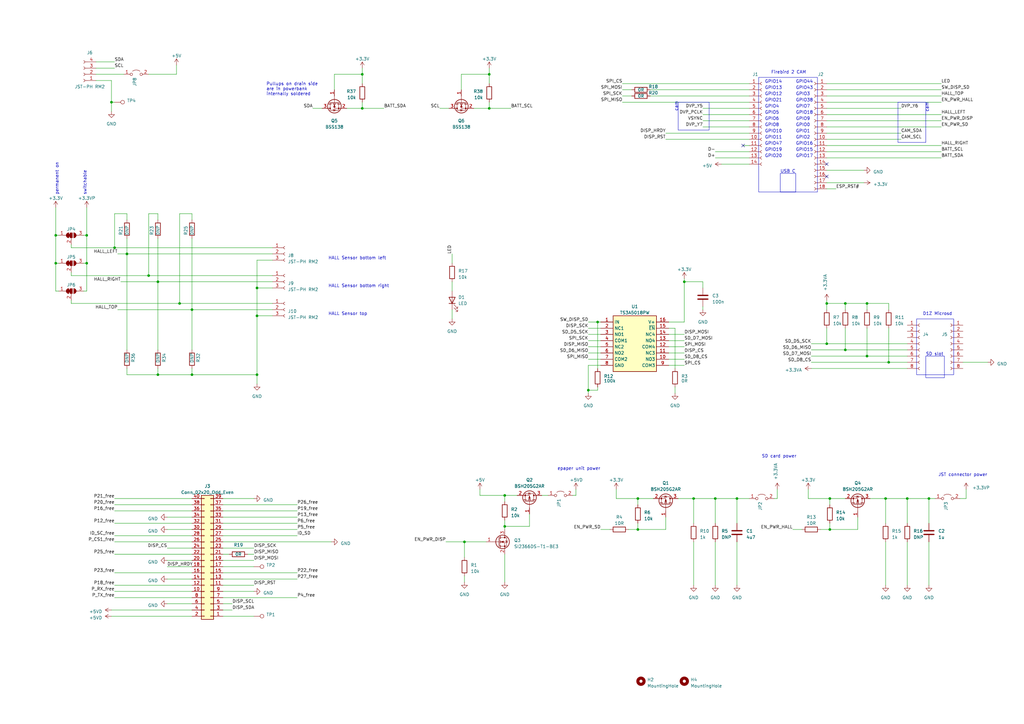
<source format=kicad_sch>
(kicad_sch (version 20230121) (generator eeschema)
  (paper "A3")
  (junction (at 346.71 124.46))
  (junction (at 73.66 124.46))
  (junction (at 293.37 204.47))
  (junction (at 339.09 140.97))
  (junction (at 355.6 146.05))
  (junction (at 22.86 107.95))
  (junction (at 363.22 204.47))
  (junction (at 148.59 30.48))
  (junction (at 60.96 113.03))
  (junction (at 45.72 41.91))
  (junction (at 207.01 203.2))
  (junction (at 35.56 107.95))
  (junction (at 46.99 101.6))
  (junction (at 355.6 124.46))
  (junction (at 339.09 124.46))
  (junction (at 340.36 204.47))
  (junction (at 105.41 118.11))
  (junction (at 346.71 143.51))
  (junction (at 64.77 115.57))
  (junction (at 372.11 204.47))
  (junction (at 284.48 204.47))
  (junction (at 280.67 115.57))
  (junction (at 207.01 215.9))
  (junction (at 261.62 217.17))
  (junction (at 22.86 96.52))
  (junction (at 64.77 153.67))
  (junction (at 381 204.47))
  (junction (at 148.59 44.45))
  (junction (at 245.11 132.08))
  (junction (at 200.66 44.45))
  (junction (at 261.62 204.47))
  (junction (at 78.74 153.67))
  (junction (at 200.66 30.48))
  (junction (at 105.41 129.54))
  (junction (at 78.74 127))
  (junction (at 340.36 217.17))
  (junction (at 302.26 204.47))
  (junction (at 190.5 222.25))
  (junction (at 35.56 96.52))
  (junction (at 364.49 148.59))
  (junction (at 52.07 104.14))
  (junction (at 105.41 153.67))
  (junction (at 241.3 160.02))
  (no_connect (at 339.09 72.39))
  (no_connect (at 339.09 67.31))
  (no_connect (at 304.8 59.69))
  (wire (pts (xy 52.07 87.63) (xy 46.99 87.63)))
  (wire (pts (xy 241.3 139.7) (xy 246.38 139.7)))
  (wire (pts (xy 339.09 46.99) (xy 386.08 46.99)))
  (wire (pts (xy 355.6 146.05) (xy 372.11 146.05)))
  (wire (pts (xy 266.7 39.37) (xy 307.34 39.37)))
  (wire (pts (xy 280.67 114.3) (xy 280.67 115.57)))
  (wire (pts (xy 304.8 59.69) (xy 307.34 59.69)))
  (wire (pts (xy 52.07 153.67) (xy 64.77 153.67)))
  (wire (pts (xy 346.71 124.46) (xy 346.71 127)))
  (wire (pts (xy 91.44 227.33) (xy 93.98 227.33)))
  (wire (pts (xy 372.11 222.25) (xy 372.11 240.03)))
  (wire (pts (xy 381 222.25) (xy 381 240.03)))
  (wire (pts (xy 46.99 222.25) (xy 78.74 222.25)))
  (wire (pts (xy 22.86 107.95) (xy 22.86 119.38)))
  (wire (pts (xy 255.27 34.29) (xy 307.34 34.29)))
  (wire (pts (xy 339.09 123.19) (xy 339.09 124.46)))
  (wire (pts (xy 91.44 212.09) (xy 121.92 212.09)))
  (wire (pts (xy 73.66 124.46) (xy 29.21 124.46)))
  (wire (pts (xy 60.96 87.63) (xy 60.96 113.03)))
  (wire (pts (xy 288.29 49.53) (xy 307.34 49.53)))
  (wire (pts (xy 364.49 124.46) (xy 364.49 127)))
  (wire (pts (xy 245.11 132.08) (xy 245.11 151.13)))
  (wire (pts (xy 185.42 104.14) (xy 185.42 107.95)))
  (wire (pts (xy 363.22 222.25) (xy 363.22 240.03)))
  (wire (pts (xy 64.77 153.67) (xy 64.77 151.13)))
  (wire (pts (xy 355.6 134.62) (xy 355.6 146.05)))
  (wire (pts (xy 363.22 204.47) (xy 363.22 214.63)))
  (wire (pts (xy 241.3 132.08) (xy 245.11 132.08)))
  (wire (pts (xy 91.44 247.65) (xy 95.25 247.65)))
  (wire (pts (xy 241.3 149.86) (xy 246.38 149.86)))
  (wire (pts (xy 73.66 87.63) (xy 73.66 124.46)))
  (wire (pts (xy 339.09 59.69) (xy 386.08 59.69)))
  (wire (pts (xy 381 204.47) (xy 381 214.63)))
  (wire (pts (xy 381 204.47) (xy 383.54 204.47)))
  (wire (pts (xy 346.71 124.46) (xy 355.6 124.46)))
  (wire (pts (xy 336.55 217.17) (xy 340.36 217.17)))
  (wire (pts (xy 200.66 44.45) (xy 194.31 44.45)))
  (wire (pts (xy 46.99 234.95) (xy 78.74 234.95)))
  (wire (pts (xy 207.01 215.9) (xy 217.17 215.9)))
  (wire (pts (xy 293.37 204.47) (xy 302.26 204.47)))
  (wire (pts (xy 295.91 67.31) (xy 307.34 67.31)))
  (wire (pts (xy 101.6 227.33) (xy 104.14 227.33)))
  (wire (pts (xy 339.09 49.53) (xy 386.08 49.53)))
  (wire (pts (xy 339.09 140.97) (xy 372.11 140.97)))
  (wire (pts (xy 273.05 57.15) (xy 307.34 57.15)))
  (wire (pts (xy 91.44 214.63) (xy 121.92 214.63)))
  (wire (pts (xy 34.29 96.52) (xy 35.56 96.52)))
  (wire (pts (xy 261.62 214.63) (xy 261.62 217.17)))
  (wire (pts (xy 111.76 101.6) (xy 46.99 101.6)))
  (wire (pts (xy 91.44 229.87) (xy 104.14 229.87)))
  (wire (pts (xy 331.47 204.47) (xy 340.36 204.47)))
  (wire (pts (xy 246.38 217.17) (xy 250.19 217.17)))
  (wire (pts (xy 207.01 227.33) (xy 207.01 238.76)))
  (wire (pts (xy 189.23 30.48) (xy 189.23 36.83)))
  (wire (pts (xy 284.48 204.47) (xy 284.48 214.63)))
  (wire (pts (xy 64.77 87.63) (xy 60.96 87.63)))
  (wire (pts (xy 302.26 204.47) (xy 307.34 204.47)))
  (wire (pts (xy 64.77 115.57) (xy 64.77 143.51)))
  (wire (pts (xy 64.77 153.67) (xy 78.74 153.67)))
  (wire (pts (xy 284.48 204.47) (xy 278.13 204.47)))
  (wire (pts (xy 339.09 44.45) (xy 369.57 44.45)))
  (wire (pts (xy 340.36 214.63) (xy 340.36 217.17)))
  (wire (pts (xy 91.44 222.25) (xy 135.89 222.25)))
  (wire (pts (xy 68.58 237.49) (xy 78.74 237.49)))
  (wire (pts (xy 72.39 26.67) (xy 72.39 30.48)))
  (wire (pts (xy 261.62 217.17) (xy 273.05 217.17)))
  (wire (pts (xy 261.62 204.47) (xy 261.62 207.01)))
  (wire (pts (xy 60.96 30.48) (xy 72.39 30.48)))
  (wire (pts (xy 91.44 217.17) (xy 121.92 217.17)))
  (wire (pts (xy 68.58 212.09) (xy 78.74 212.09)))
  (wire (pts (xy 255.27 41.91) (xy 307.34 41.91)))
  (wire (pts (xy 318.77 200.66) (xy 318.77 204.47)))
  (wire (pts (xy 293.37 62.23) (xy 307.34 62.23)))
  (wire (pts (xy 29.21 113.03) (xy 29.21 111.76)))
  (wire (pts (xy 332.74 151.13) (xy 372.11 151.13)))
  (wire (pts (xy 64.77 115.57) (xy 111.76 115.57)))
  (wire (pts (xy 339.09 36.83) (xy 386.08 36.83)))
  (wire (pts (xy 91.44 232.41) (xy 104.14 232.41)))
  (wire (pts (xy 331.47 200.66) (xy 331.47 204.47)))
  (wire (pts (xy 182.88 222.25) (xy 190.5 222.25)))
  (wire (pts (xy 91.44 207.01) (xy 121.92 207.01)))
  (wire (pts (xy 273.05 54.61) (xy 307.34 54.61)))
  (wire (pts (xy 49.53 115.57) (xy 64.77 115.57)))
  (wire (pts (xy 241.3 134.62) (xy 246.38 134.62)))
  (wire (pts (xy 22.86 107.95) (xy 24.13 107.95)))
  (wire (pts (xy 241.3 142.24) (xy 246.38 142.24)))
  (wire (pts (xy 273.05 217.17) (xy 273.05 212.09)))
  (wire (pts (xy 252.73 200.66) (xy 252.73 204.47)))
  (wire (pts (xy 241.3 147.32) (xy 246.38 147.32)))
  (wire (pts (xy 34.29 119.38) (xy 35.56 119.38)))
  (wire (pts (xy 332.74 140.97) (xy 339.09 140.97)))
  (wire (pts (xy 78.74 127) (xy 78.74 143.51)))
  (wire (pts (xy 339.09 52.07) (xy 386.08 52.07)))
  (wire (pts (xy 78.74 97.79) (xy 78.74 127)))
  (wire (pts (xy 48.26 104.14) (xy 52.07 104.14)))
  (wire (pts (xy 339.09 124.46) (xy 346.71 124.46)))
  (wire (pts (xy 280.67 115.57) (xy 288.29 115.57)))
  (wire (pts (xy 78.74 87.63) (xy 78.74 90.17)))
  (wire (pts (xy 372.11 204.47) (xy 381 204.47)))
  (wire (pts (xy 236.22 200.66) (xy 236.22 203.2)))
  (wire (pts (xy 245.11 132.08) (xy 246.38 132.08)))
  (wire (pts (xy 209.55 44.45) (xy 200.66 44.45)))
  (wire (pts (xy 241.3 149.86) (xy 241.3 160.02)))
  (wire (pts (xy 46.99 227.33) (xy 78.74 227.33)))
  (wire (pts (xy 46.99 87.63) (xy 46.99 101.6)))
  (wire (pts (xy 91.44 224.79) (xy 104.14 224.79)))
  (wire (pts (xy 128.27 44.45) (xy 132.08 44.45)))
  (wire (pts (xy 340.36 204.47) (xy 346.71 204.47)))
  (wire (pts (xy 224.79 203.2) (xy 222.25 203.2)))
  (wire (pts (xy 60.96 113.03) (xy 111.76 113.03)))
  (wire (pts (xy 180.34 44.45) (xy 184.15 44.45)))
  (wire (pts (xy 91.44 234.95) (xy 121.92 234.95)))
  (wire (pts (xy 29.21 113.03) (xy 60.96 113.03)))
  (wire (pts (xy 332.74 148.59) (xy 364.49 148.59)))
  (wire (pts (xy 105.41 118.11) (xy 111.76 118.11)))
  (wire (pts (xy 190.5 222.25) (xy 190.5 228.6)))
  (wire (pts (xy 46.99 219.71) (xy 78.74 219.71)))
  (wire (pts (xy 91.44 242.57) (xy 104.14 242.57)))
  (wire (pts (xy 148.59 30.48) (xy 137.16 30.48)))
  (wire (pts (xy 46.99 204.47) (xy 78.74 204.47)))
  (wire (pts (xy 46.99 214.63) (xy 78.74 214.63)))
  (wire (pts (xy 355.6 124.46) (xy 364.49 124.46)))
  (wire (pts (xy 274.32 149.86) (xy 280.67 149.86)))
  (wire (pts (xy 266.7 36.83) (xy 307.34 36.83)))
  (wire (pts (xy 255.27 36.83) (xy 259.08 36.83)))
  (wire (pts (xy 78.74 127) (xy 111.76 127)))
  (wire (pts (xy 207.01 203.2) (xy 196.85 203.2)))
  (wire (pts (xy 257.81 217.17) (xy 261.62 217.17)))
  (wire (pts (xy 339.09 69.85) (xy 354.33 69.85)))
  (wire (pts (xy 252.73 204.47) (xy 261.62 204.47)))
  (wire (pts (xy 68.58 224.79) (xy 78.74 224.79)))
  (wire (pts (xy 22.86 96.52) (xy 22.86 107.95)))
  (wire (pts (xy 274.32 139.7) (xy 280.67 139.7)))
  (wire (pts (xy 190.5 236.22) (xy 190.5 238.76)))
  (wire (pts (xy 52.07 90.17) (xy 52.07 87.63)))
  (wire (pts (xy 34.29 107.95) (xy 35.56 107.95)))
  (wire (pts (xy 68.58 232.41) (xy 78.74 232.41)))
  (wire (pts (xy 105.41 129.54) (xy 111.76 129.54)))
  (wire (pts (xy 339.09 41.91) (xy 386.08 41.91)))
  (wire (pts (xy 245.11 158.75) (xy 245.11 160.02)))
  (wire (pts (xy 339.09 77.47) (xy 342.9 77.47)))
  (wire (pts (xy 64.77 97.79) (xy 64.77 115.57)))
  (wire (pts (xy 78.74 153.67) (xy 78.74 151.13)))
  (wire (pts (xy 339.09 62.23) (xy 386.08 62.23)))
  (wire (pts (xy 52.07 153.67) (xy 52.07 151.13)))
  (wire (pts (xy 276.86 134.62) (xy 276.86 151.13)))
  (wire (pts (xy 68.58 229.87) (xy 78.74 229.87)))
  (wire (pts (xy 372.11 204.47) (xy 372.11 214.63)))
  (wire (pts (xy 64.77 87.63) (xy 64.77 90.17)))
  (wire (pts (xy 148.59 34.29) (xy 148.59 30.48)))
  (wire (pts (xy 274.32 134.62) (xy 276.86 134.62)))
  (wire (pts (xy 91.44 240.03) (xy 104.14 240.03)))
  (wire (pts (xy 293.37 204.47) (xy 293.37 214.63)))
  (wire (pts (xy 293.37 222.25) (xy 293.37 240.03)))
  (wire (pts (xy 346.71 134.62) (xy 346.71 143.51)))
  (wire (pts (xy 185.42 115.57) (xy 185.42 119.38)))
  (wire (pts (xy 207.01 213.36) (xy 207.01 215.9)))
  (wire (pts (xy 196.85 200.66) (xy 196.85 203.2)))
  (wire (pts (xy 68.58 247.65) (xy 78.74 247.65)))
  (wire (pts (xy 318.77 204.47) (xy 317.5 204.47)))
  (wire (pts (xy 52.07 97.79) (xy 52.07 104.14)))
  (wire (pts (xy 157.48 44.45) (xy 148.59 44.45)))
  (wire (pts (xy 274.32 147.32) (xy 280.67 147.32)))
  (wire (pts (xy 137.16 30.48) (xy 137.16 36.83)))
  (wire (pts (xy 241.3 137.16) (xy 246.38 137.16)))
  (wire (pts (xy 284.48 222.25) (xy 284.48 240.03)))
  (wire (pts (xy 185.42 127) (xy 185.42 130.81)))
  (wire (pts (xy 288.29 125.73) (xy 288.29 127)))
  (wire (pts (xy 274.32 144.78) (xy 280.67 144.78)))
  (wire (pts (xy 39.37 27.94) (xy 46.99 27.94)))
  (wire (pts (xy 35.56 107.95) (xy 35.56 119.38)))
  (wire (pts (xy 35.56 85.09) (xy 35.56 96.52)))
  (wire (pts (xy 105.41 106.68) (xy 105.41 118.11)))
  (wire (pts (xy 236.22 203.2) (xy 234.95 203.2)))
  (wire (pts (xy 394.97 148.59) (xy 405.13 148.59)))
  (wire (pts (xy 340.36 217.17) (xy 351.79 217.17)))
  (wire (pts (xy 363.22 204.47) (xy 372.11 204.47)))
  (wire (pts (xy 78.74 87.63) (xy 73.66 87.63)))
  (wire (pts (xy 339.09 64.77) (xy 386.08 64.77)))
  (wire (pts (xy 46.99 207.01) (xy 78.74 207.01)))
  (wire (pts (xy 293.37 64.77) (xy 307.34 64.77)))
  (wire (pts (xy 39.37 25.4) (xy 46.99 25.4)))
  (wire (pts (xy 200.66 41.91) (xy 200.66 44.45)))
  (wire (pts (xy 261.62 204.47) (xy 267.97 204.47)))
  (wire (pts (xy 48.26 127) (xy 78.74 127)))
  (wire (pts (xy 396.24 204.47) (xy 393.7 204.47)))
  (wire (pts (xy 91.44 245.11) (xy 121.92 245.11)))
  (wire (pts (xy 302.26 222.25) (xy 302.26 240.03)))
  (wire (pts (xy 22.86 96.52) (xy 24.13 96.52)))
  (wire (pts (xy 91.44 204.47) (xy 104.14 204.47)))
  (wire (pts (xy 39.37 33.02) (xy 45.72 33.02)))
  (wire (pts (xy 22.86 85.09) (xy 22.86 96.52)))
  (wire (pts (xy 207.01 215.9) (xy 207.01 217.17)))
  (wire (pts (xy 241.3 161.29) (xy 241.3 160.02)))
  (wire (pts (xy 91.44 237.49) (xy 121.92 237.49)))
  (wire (pts (xy 199.39 222.25) (xy 190.5 222.25)))
  (wire (pts (xy 46.99 101.6) (xy 29.21 101.6)))
  (wire (pts (xy 148.59 41.91) (xy 148.59 44.45)))
  (wire (pts (xy 245.11 160.02) (xy 241.3 160.02)))
  (wire (pts (xy 91.44 209.55) (xy 121.92 209.55)))
  (wire (pts (xy 46.99 242.57) (xy 78.74 242.57)))
  (wire (pts (xy 207.01 203.2) (xy 212.09 203.2)))
  (wire (pts (xy 45.72 252.73) (xy 78.74 252.73)))
  (wire (pts (xy 91.44 252.73) (xy 104.14 252.73)))
  (wire (pts (xy 274.32 132.08) (xy 280.67 132.08)))
  (wire (pts (xy 396.24 200.66) (xy 396.24 204.47)))
  (wire (pts (xy 274.32 142.24) (xy 280.67 142.24)))
  (wire (pts (xy 339.09 39.37) (xy 386.08 39.37)))
  (wire (pts (xy 288.29 52.07) (xy 307.34 52.07)))
  (wire (pts (xy 22.86 119.38) (xy 24.13 119.38)))
  (wire (pts (xy 45.72 41.91) (xy 45.72 45.72)))
  (wire (pts (xy 78.74 217.17) (xy 68.58 217.17)))
  (wire (pts (xy 288.29 46.99) (xy 307.34 46.99)))
  (wire (pts (xy 105.41 118.11) (xy 105.41 129.54)))
  (wire (pts (xy 332.74 146.05) (xy 355.6 146.05)))
  (wire (pts (xy 288.29 44.45) (xy 307.34 44.45)))
  (wire (pts (xy 241.3 144.78) (xy 246.38 144.78)))
  (wire (pts (xy 364.49 148.59) (xy 372.11 148.59)))
  (wire (pts (xy 200.66 30.48) (xy 189.23 30.48)))
  (wire (pts (xy 45.72 33.02) (xy 45.72 41.91)))
  (wire (pts (xy 274.32 137.16) (xy 280.67 137.16)))
  (wire (pts (xy 105.41 129.54) (xy 105.41 153.67)))
  (wire (pts (xy 46.99 240.03) (xy 78.74 240.03)))
  (wire (pts (xy 288.29 115.57) (xy 288.29 118.11)))
  (wire (pts (xy 217.17 215.9) (xy 217.17 210.82)))
  (wire (pts (xy 148.59 27.94) (xy 148.59 30.48)))
  (wire (pts (xy 35.56 96.52) (xy 35.56 107.95)))
  (wire (pts (xy 200.66 27.94) (xy 200.66 30.48)))
  (wire (pts (xy 29.21 124.46) (xy 29.21 123.19)))
  (wire (pts (xy 255.27 39.37) (xy 259.08 39.37)))
  (wire (pts (xy 339.09 57.15) (xy 369.57 57.15)))
  (wire (pts (xy 148.59 44.45) (xy 142.24 44.45)))
  (wire (pts (xy 111.76 106.68) (xy 105.41 106.68)))
  (wire (pts (xy 280.67 115.57) (xy 280.67 132.08)))
  (wire (pts (xy 346.71 143.51) (xy 372.11 143.51)))
  (wire (pts (xy 340.36 204.47) (xy 340.36 207.01)))
  (wire (pts (xy 355.6 124.46) (xy 355.6 127)))
  (wire (pts (xy 91.44 250.19) (xy 95.25 250.19)))
  (wire (pts (xy 46.99 209.55) (xy 78.74 209.55)))
  (wire (pts (xy 78.74 153.67) (xy 105.41 153.67)))
  (wire (pts (xy 207.01 203.2) (xy 207.01 205.74)))
  (wire (pts (xy 39.37 30.48) (xy 50.8 30.48)))
  (wire (pts (xy 325.12 217.17) (xy 328.93 217.17)))
  (wire (pts (xy 91.44 219.71) (xy 121.92 219.71)))
  (wire (pts (xy 351.79 217.17) (xy 351.79 212.09)))
  (wire (pts (xy 200.66 34.29) (xy 200.66 30.48)))
  (wire (pts (xy 284.48 204.47) (xy 293.37 204.47)))
  (wire (pts (xy 276.86 158.75) (xy 276.86 161.29)))
  (wire (pts (xy 29.21 101.6) (xy 29.21 100.33)))
  (wire (pts (xy 339.09 134.62) (xy 339.09 140.97)))
  (wire (pts (xy 364.49 134.62) (xy 364.49 148.59)))
  (wire (pts (xy 46.99 245.11) (xy 78.74 245.11)))
  (wire (pts (xy 45.72 250.19) (xy 78.74 250.19)))
  (wire (pts (xy 363.22 204.47) (xy 356.87 204.47)))
  (wire (pts (xy 339.09 74.93) (xy 354.33 74.93)))
  (wire (pts (xy 52.07 104.14) (xy 111.76 104.14)))
  (wire (pts (xy 302.26 204.47) (xy 302.26 214.63)))
  (wire (pts (xy 339.09 54.61) (xy 369.57 54.61)))
  (wire (pts (xy 339.09 34.29) (xy 386.08 34.29)))
  (wire (pts (xy 52.07 104.14) (xy 52.07 143.51)))
  (wire (pts (xy 45.72 41.91) (xy 46.99 41.91)))
  (wire (pts (xy 332.74 143.51) (xy 346.71 143.51)))
  (wire (pts (xy 339.09 124.46) (xy 339.09 127)))
  (wire (pts (xy 105.41 153.67) (xy 105.41 157.48)))
  (wire (pts (xy 73.66 124.46) (xy 111.76 124.46)))
  (rectangle (start 375.92 130.81) (end 391.16 153.67))
  (rectangle (start 278.13 41.91) (end 290.83 53.34))
  (rectangle (start 379.73 146.05) (end 387.35 154.94))
  (rectangle (start 320.04 71.12) (end 326.39 78.74))
  (rectangle (start 368.3 41.91) (end 379.73 58.42))
  (rectangle (start 311.15 31.75) (end 335.28 78.74))
  (text "cam" (at 381 41.91 90) (effects (font (size 1.27 1.27)) (justify right bottom)))
  (text "GPIO18" (at 326.39 46.99 0) (effects (font (size 1.27 1.27)) (justify left bottom)))
  (text "GPIO7" (at 326.39 44.45 0) (effects (font (size 1.27 1.27)) (justify left bottom)))
  (text "GPIO5" (at 313.69 46.99 0) (effects (font (size 1.27 1.27)) (justify left bottom)))
  (text "JST connector power" (at 384.81 195.58 0) (effects (font (size 1.27 1.27)) (justify left bottom)))
  (text "GPIO6" (at 313.69 49.53 0) (effects (font (size 1.27 1.27)) (justify left bottom)))
  (text "GPIO15" (at 326.39 62.23 0) (effects (font (size 1.27 1.27)) (justify left bottom)))
  (text "HALL Sensor top" (at 134.62 129.54 0) (effects (font (size 1.27 1.27)) (justify left bottom)))
  (text "D1Z Microsd" (at 378.46 129.54 0) (effects (font (size 1.27 1.27)) (justify left bottom)))
  (text "GPIO44" (at 326.39 34.29 0) (effects (font (size 1.27 1.27)) (justify left bottom)))
  (text "GPIO1" (at 326.39 54.61 0) (effects (font (size 1.27 1.27)) (justify left bottom)))
  (text "GPIO2" (at 326.39 57.15 0) (effects (font (size 1.27 1.27)) (justify left bottom)))
  (text "HALL Sensor bottom right" (at 134.62 118.11 0) (effects (font (size 1.27 1.27)) (justify left bottom)))
  (text "GPIO4" (at 313.69 44.45 0) (effects (font (size 1.27 1.27)) (justify left bottom)))
  (text "GPIO47" (at 313.69 59.69 0) (effects (font (size 1.27 1.27)) (justify left bottom)))
  (text "GPIO8" (at 313.69 52.07 0) (effects (font (size 1.27 1.27)) (justify left bottom)))
  (text "SD slot" (at 379.73 146.05 0) (effects (font (size 1.27 1.27)) (justify left bottom)))
  (text "SD card power" (at 312.42 187.96 0) (effects (font (size 1.27 1.27)) (justify left bottom)))
  (text "GPIO38\n" (at 326.39 41.91 0) (effects (font (size 1.27 1.27)) (justify left bottom)))
  (text "Firebird 2 CAM" (at 316.23 30.48 0) (effects (font (size 1.27 1.27)) (justify left bottom)))
  (text "GPIO13" (at 313.69 36.83 0) (effects (font (size 1.27 1.27)) (justify left bottom)))
  (text "GPIO10" (at 313.69 54.61 0) (effects (font (size 1.27 1.27)) (justify left bottom)))
  (text "GPIO11" (at 313.69 57.15 0) (effects (font (size 1.27 1.27)) (justify left bottom)))
  (text "epaper unit power" (at 228.6 193.04 0) (effects (font (size 1.27 1.27)) (justify left bottom)))
  (text "GPIO9" (at 326.39 49.53 0) (effects (font (size 1.27 1.27)) (justify left bottom)))
  (text "GPIO17" (at 326.39 64.77 0) (effects (font (size 1.27 1.27)) (justify left bottom)))
  (text "GPIO3\n" (at 326.39 39.37 0) (effects (font (size 1.27 1.27)) (justify left bottom)))
  (text "GPIO16" (at 326.39 59.69 0) (effects (font (size 1.27 1.27)) (justify left bottom)))
  (text "HALL Sensor bottom left" (at 134.62 106.68 0) (effects (font (size 1.27 1.27)) (justify left bottom)))
  (text "GPIO12" (at 313.69 39.37 0) (effects (font (size 1.27 1.27)) (justify left bottom)))
  (text "USB C" (at 320.04 71.12 0) (effects (font (size 1.27 1.27)) (justify left bottom)))
  (text "GPIO21" (at 313.69 41.91 0) (effects (font (size 1.27 1.27)) (justify left bottom)))
  (text "permanent on" (at 24.13 80.01 90) (effects (font (size 1.27 1.27)) (justify left bottom)))
  (text "GPIO0" (at 326.39 52.07 0) (effects (font (size 1.27 1.27)) (justify left bottom)))
  (text "GPIO43\n" (at 326.39 36.83 0) (effects (font (size 1.27 1.27)) (justify left bottom)))
  (text "cam" (at 278.13 45.72 90) (effects (font (size 1.27 1.27)) (justify left bottom)))
  (text "switchable" (at 35.56 80.01 90) (effects (font (size 1.27 1.27)) (justify left bottom)))
  (text "GPIO14" (at 313.69 34.29 0) (effects (font (size 1.27 1.27)) (justify left bottom)))
  (text "GPIO19" (at 313.69 62.23 0) (effects (font (size 1.27 1.27)) (justify left bottom)))
  (text "GPIO20" (at 313.69 64.77 0) (effects (font (size 1.27 1.27)) (justify left bottom)))
  (text "Pullups on drain side\nare in powerbank\ninternally soldered" (at 109.22 39.37 0) (effects (font (size 1.27 1.27)) (justify left bottom)))
  (label "DISP_HRDY" (at 68.58 232.41 0))
  (label "HALL_RIGHT" (at 386.08 59.69 0))
  (label "SW_DISP_SD" (at 241.3 132.08 180))
  (label "P_TX_free" (at 46.99 245.11 180))
  (label "HALL_RIGHT" (at 49.53 115.57 180))
  (label "SD_D6_MISO" (at 332.74 143.51 180))
  (label "EN_PWR_HALL" (at 386.08 41.91 0))
  (label "SD_D5_SCK" (at 241.3 137.16 180))
  (label "ESP_RST#" (at 342.9 77.47 0))
  (label "P18_free" (at 46.99 240.03 180))
  (label "HALL_LEFT" (at 48.26 104.14 180))
  (label "P19_free" (at 121.92 209.55 0))
  (label "DISP_CS" (at 280.67 144.78 0))
  (label "BATT_SDA" (at 386.08 64.77 0))
  (label "SW_DISP_SD" (at 386.08 36.83 0))
  (label "SPI_CS" (at 255.27 34.29 180))
  (label "DISP_RST" (at 104.14 240.03 0))
  (label "CAM_SCL" (at 369.57 57.15 0))
  (label "SPI_MOSI" (at 255.27 36.83 180))
  (label "P_CS1_free" (at 46.99 222.25 180))
  (label "EN_PWR_SD" (at 386.08 52.07 0))
  (label "P_RX_free" (at 46.99 242.57 180))
  (label "D-" (at 293.37 62.23 180))
  (label "DISP_MISO" (at 104.14 227.33 0))
  (label "P26_free" (at 121.92 207.01 0))
  (label "ID_SC_free" (at 46.99 219.71 180))
  (label "DVP_PCLK" (at 288.29 46.99 180))
  (label "SD_D6_MISO" (at 241.3 144.78 180))
  (label "P12_free" (at 46.99 214.63 180))
  (label "DISP_HRDY" (at 273.05 54.61 180))
  (label "P4_free" (at 121.92 245.11 0))
  (label "P21_free" (at 46.99 204.47 180))
  (label "SPI_MOSI" (at 280.67 142.24 0))
  (label "P20_free" (at 46.99 207.01 180))
  (label "DISP_SCK" (at 241.3 134.62 180))
  (label "SD_D5_SCK" (at 332.74 140.97 180))
  (label "DISP_RST" (at 273.05 57.15 180))
  (label "P5_free" (at 121.92 217.17 0))
  (label "LED" (at 386.08 34.29 0))
  (label "CAM_SDA" (at 369.57 54.61 0))
  (label "SCL" (at 180.34 44.45 180))
  (label "P6_free" (at 121.92 214.63 0))
  (label "SCL" (at 46.99 27.94 0))
  (label "DISP_MOSI" (at 104.14 229.87 0))
  (label "SPI_CS" (at 280.67 149.86 0))
  (label "HALL_TOP" (at 386.08 39.37 0))
  (label "SDA" (at 128.27 44.45 180))
  (label "BATT_SCL" (at 209.55 44.45 0))
  (label "DISP_SDA" (at 95.25 250.19 0))
  (label "SPI_SCK" (at 255.27 39.37 180))
  (label "SPI_MISO" (at 255.27 41.91 180))
  (label "D+" (at 293.37 64.77 180))
  (label "LED" (at 185.42 104.14 90))
  (label "SD_D8_CS" (at 280.67 147.32 0))
  (label "DVP_Y7" (at 288.29 52.07 180))
  (label "BATT_SDA" (at 157.48 44.45 0))
  (label "SD_D8_CS" (at 332.74 148.59 180))
  (label "SPI_MISO" (at 241.3 147.32 180))
  (label "SPI_SCK" (at 241.3 139.7 180))
  (label "DISP_MOSI" (at 280.67 137.16 0))
  (label "EN_PWR_HALL" (at 325.12 217.17 180))
  (label "SD_D7_MOSI" (at 280.67 139.7 0))
  (label "P16_free" (at 46.99 209.55 180))
  (label "BATT_SCL" (at 386.08 62.23 0))
  (label "VSYNC" (at 288.29 49.53 180))
  (label "DISP_CS" (at 68.58 224.79 180))
  (label "DVP_Y6" (at 369.57 44.45 0))
  (label "EN_PWR_SD" (at 246.38 217.17 180))
  (label "DISP_MISO" (at 241.3 142.24 180))
  (label "P25_free" (at 46.99 227.33 180))
  (label "ID_SD" (at 121.92 219.71 0))
  (label "EN_PWR_DISP" (at 182.88 222.25 180))
  (label "P13_free" (at 121.92 212.09 0))
  (label "DISP_SCK" (at 104.14 224.79 0))
  (label "P23_free" (at 46.99 234.95 180))
  (label "SD_D7_MOSI" (at 332.74 146.05 180))
  (label "SDA" (at 46.99 25.4 0))
  (label "DISP_SCL" (at 95.25 247.65 0))
  (label "EN_PWR_DISP" (at 386.08 49.53 0))
  (label "P27_free" (at 121.92 237.49 0))
  (label "DVP_Y5" (at 288.29 44.45 180))
  (label "HALL_TOP" (at 48.26 127 180))
  (label "P22_free" (at 121.92 234.95 0))
  (label "HALL_LEFT" (at 386.08 46.99 0))
  (symbol (lib_id "Device:R") (at 340.36 210.82 0) (unit 1)
    (property "Reference" "R14" (at 342.9 210.185 0) (effects (justify left)))
    (property "Value" "10k" (at 342.9 212.725 0) (effects (justify left)))
    (property "Footprint" "Resistor_SMD:R_0805_2012Metric_Pad1.20x1.40mm_HandSolder" (effects hide))
  )
  (symbol (lib_id "Connector:TestPoint") (at 104.14 252.73 270) (unit 1)
    (property "Reference" "TP1" (at 109.22 252.095 90) (effects (justify left)))
    (property "Value" "TestPoint" (effects hide))
    (property "Footprint" "TestPoint:TestPoint_Pad_1.5x1.5mm" (effects hide))
  )
  (symbol (lib_id "power:+5V") (at 196.85 200.66 0) (unit 1)
    (property "Reference" "#PWR02" (effects hide))
    (property "Value" "+5V" (at 196.85 196.85 0))
  )
  (symbol (lib_id "power:GND") (at 68.58 212.09 270) (unit 1)
    (property "Reference" "#PWR08" (effects hide))
    (property "Value" "GND" (at 64.77 212.725 90) (effects (justify right)))
  )
  (symbol (lib_id "Device:C") (at 381 218.44 0) (unit 1)
    (property "Reference" "C2" (at 384.81 217.805 0) (effects (justify left)))
    (property "Value" "1u" (at 384.81 220.345 0) (effects (justify left)))
    (property "Footprint" "Capacitor_SMD:C_0805_2012Metric_Pad1.18x1.45mm_HandSolder" (effects hide))
  )
  (symbol (lib_id "Device:R") (at 372.11 218.44 0) (unit 1)
    (property "Reference" "R16" (at 374.65 217.805 0) (effects (justify left)))
    (property "Value" "DNP" (at 374.65 220.345 0) (effects (justify left)))
    (property "Footprint" "Resistor_SMD:R_0805_2012Metric_Pad1.20x1.40mm_HandSolder" (effects hide))
  )
  (symbol (lib_id "Mechanical:MountingHole") (at 262.89 279.4 0) (unit 1)
    (property "Reference" "H2" (at 265.43 278.765 0) (effects (justify left)))
    (property "Value" "MountingHole" (at 265.43 281.305 0) (effects (justify left)))
    (property "Footprint" "MountingHole:MountingHole_2.7mm_M2.5_DIN965" (effects hide))
  )
  (symbol (lib_id "Device:R") (at 78.74 93.98 0) (unit 1)
    (property "Reference" "R25" (at 76.2 96.52 90) (effects (justify left)))
    (property "Value" "DNP" (at 78.74 96.52 90) (effects (justify left)))
    (property "Footprint" "Resistor_SMD:R_0805_2012Metric_Pad1.20x1.40mm_HandSolder" (effects hide))
  )
  (symbol (lib_id "power:GND") (at 104.14 242.57 90) (unit 1)
    (property "Reference" "#PWR05" (effects hide))
    (property "Value" "GND" (at 107.95 243.205 90) (effects (justify right)))
  )
  (symbol (lib_id "power:+3.3V") (at 280.67 114.3 0) (unit 1)
    (property "Reference" "#PWR039" (effects hide))
    (property "Value" "+3.3V" (at 280.67 110.49 0))
  )
  (symbol (lib_id "power:GND") (at 381 240.03 0) (unit 1)
    (property "Reference" "#PWR034" (effects hide))
    (property "Value" "GND" (at 381 245.11 0))
  )
  (symbol (lib_id "Device:R") (at 148.59 38.1 0) (mirror x) (unit 1)
    (property "Reference" "R37" (at 146.05 37.465 0) (effects (justify right)))
    (property "Value" "10k" (at 146.05 40.005 0) (effects (justify right)))
    (property "Footprint" "Resistor_SMD:R_0805_2012Metric_Pad1.20x1.40mm_HandSolder" (effects hide))
  )
  (symbol (lib_id "Connector:TestPoint") (at 104.14 232.41 270) (unit 1)
    (property "Reference" "TP2" (at 109.22 231.775 90) (effects (justify left)))
    (property "Value" "TestPoint" (effects hide))
    (property "Footprint" "TestPoint:TestPoint_Pad_1.5x1.5mm" (effects hide))
  )
  (symbol (lib_id "Device:R") (at 207.01 209.55 0) (unit 1)
    (property "Reference" "R2" (at 209.55 208.915 0) (effects (justify left)))
    (property "Value" "10k" (at 209.55 211.455 0) (effects (justify left)))
    (property "Footprint" "Resistor_SMD:R_0805_2012Metric_Pad1.20x1.40mm_HandSolder" (effects hide))
  )
  (symbol (lib_id "Device:C") (at 302.26 218.44 0) (unit 1)
    (property "Reference" "C1" (at 306.07 217.805 0) (effects (justify left)))
    (property "Value" "4u7" (at 306.07 220.345 0) (effects (justify left)))
    (property "Footprint" "Capacitor_SMD:C_0805_2012Metric_Pad1.18x1.45mm_HandSolder" (effects hide))
  )
  (symbol (lib_id "power:GND") (at 207.01 238.76 0) (unit 1)
    (property "Reference" "#PWR020" (effects hide))
    (property "Value" "GND" (at 207.01 243.84 0))
  )
  (symbol (lib_id "Jumper:SolderJumper_3_Bridged12") (at 29.21 96.52 0) (unit 1)
    (property "Reference" "JP4" (at 29.21 93.98 0))
    (property "Value" "SolderJumper_3_Bridged12" (effects hide))
    (property "Footprint" "Jumper:SolderJumper-3_P1.3mm_Bridged12_Pad1.0x1.5mm_NumberLabels" (effects hide))
  )
  (symbol (lib_id "power:+5VD") (at 45.72 250.19 90) (unit 1)
    (property "Reference" "#PWR024" (effects hide))
    (property "Value" "+5VD" (at 41.91 250.825 90) (effects (justify left)))
  )
  (symbol (lib_id "power:GND") (at 302.26 240.03 0) (unit 1)
    (property "Reference" "#PWR029" (effects hide))
    (property "Value" "GND" (at 302.26 245.11 0))
  )
  (symbol (lib_id "power:GND") (at 372.11 240.03 0) (unit 1)
    (property "Reference" "#PWR033" (effects hide))
    (property "Value" "GND" (at 372.11 245.11 0))
  )
  (symbol (lib_id "power:+3.3V") (at 354.33 74.93 270) (unit 1)
    (property "Reference" "#PWR016" (effects hide))
    (property "Value" "+3.3V" (at 358.14 75.565 90) (effects (justify left)))
  )
  (symbol (lib_id "power:GND") (at 68.58 247.65 270) (unit 1)
    (property "Reference" "#PWR03" (effects hide))
    (property "Value" "GND" (at 64.77 248.285 90) (effects (justify right)))
  )
  (symbol (lib_id "Mechanical:MountingHole") (at 280.67 279.4 0) (unit 1)
    (property "Reference" "H4" (at 283.21 278.765 0) (effects (justify left)))
    (property "Value" "MountingHole" (at 283.21 281.305 0) (effects (justify left)))
    (property "Footprint" "MountingHole:MountingHole_2.7mm_M2.5_DIN965" (effects hide))
  )
  (symbol (lib_id "power:GND") (at 241.3 161.29 0) (unit 1)
    (property "Reference" "#PWR012" (effects hide))
    (property "Value" "GND" (at 241.3 166.37 0))
  )
  (symbol (lib_id "Device:R") (at 293.37 218.44 0) (unit 1)
    (property "Reference" "R5" (at 295.91 217.805 0) (effects (justify left)))
    (property "Value" "DNP" (at 295.91 220.345 0) (effects (justify left)))
    (property "Footprint" "Resistor_SMD:R_0805_2012Metric_Pad1.20x1.40mm_HandSolder" (effects hide))
  )
  (symbol (lib_id "power:+3.3V") (at 252.73 200.66 0) (unit 1)
    (property "Reference" "#PWR025" (effects hide))
    (property "Value" "+3.3V" (at 252.73 196.85 0))
  )
  (symbol (lib_id "power:GND") (at 284.48 240.03 0) (unit 1)
    (property "Reference" "#PWR026" (effects hide))
    (property "Value" "GND" (at 284.48 245.11 0))
  )
  (symbol (lib_id "power:GND") (at 68.58 237.49 270) (unit 1)
    (property "Reference" "#PWR011" (effects hide))
    (property "Value" "GND" (at 64.77 238.125 90) (effects (justify right)))
  )
  (symbol (lib_id "Device:LED") (at 185.42 123.19 90) (unit 1)
    (property "Reference" "D1" (at 187.96 121.92 90) (effects (justify right)))
    (property "Value" "LED" (at 187.96 124.46 90) (effects (justify right)))
    (property "Footprint" "LED_SMD:LED_0603_1608Metric_Pad1.05x0.95mm_HandSolder" (effects hide))
  )
  (symbol (lib_id "power:+5VD") (at 236.22 200.66 0) (unit 1)
    (property "Reference" "#PWR023" (effects hide))
    (property "Value" "+5VD" (at 233.68 196.85 0) (effects (justify left)))
  )
  (symbol (lib_id "Jumper:Jumper_2_Open") (at 388.62 204.47 0) (unit 1)
    (property "Reference" "JP3" (at 387.985 205.74 90) (effects (justify right)))
    (property "Value" "Jumper_2_Open" (effects hide))
    (property "Footprint" "Connector_PinHeader_2.54mm:PinHeader_1x02_P2.54mm_Vertical" (effects hide))
  )
  (symbol (lib_id "Connector:Conn_01x03_Socket") (at 116.84 115.57 0) (unit 1)
    (property "Reference" "J9" (at 118.11 116.205 0) (effects (justify left)))
    (property "Value" "JST-PH RM2" (at 118.11 118.745 0) (effects (justify left)))
    (property "Footprint" "Connector_JST:JST_PH_S3B-PH-K_1x03_P2.00mm_Horizontal" (effects hide))
  )
  (symbol (lib_id "Device:Q_PMOS_GSD") (at 351.79 207.01 270) (mirror x) (unit 1)
    (property "Reference" "Q4" (at 351.79 198.12 90))
    (property "Value" "BSH205G2AR" (at 351.79 200.66 90))
    (property "Footprint" "Package_TO_SOT_SMD:SOT-23" (effects hide))
  )
  (symbol (lib_id "Jumper:SolderJumper_3_Bridged12") (at 29.21 107.95 0) (unit 1)
    (property "Reference" "JP5" (at 29.21 105.41 0))
    (property "Value" "SolderJumper_3_Bridged12" (effects hide))
    (property "Footprint" "Jumper:SolderJumper-3_P1.3mm_Bridged12_Pad1.0x1.5mm_NumberLabels" (effects hide))
  )
  (symbol (lib_id "Device:Q_NMOS_GSD") (at 204.47 222.25 0) (unit 1)
    (property "Reference" "Q3" (at 210.82 221.615 0) (effects (justify left)))
    (property "Value" "SI2366DS-T1-BE3" (at 210.82 224.155 0) (effects (justify left)))
    (property "Footprint" "Package_TO_SOT_SMD:SOT-23" (effects hide))
  )
  (symbol (lib_id "TS3A5018PW:TS3A5018PW") (at 246.38 132.08 0) (unit 1)
    (property "Reference" "U1" (at 260.35 125.73 0))
    (property "Value" "TS3A5018PW" (at 260.35 128.27 0))
    (property "Footprint" "footprints:SOP65P640X120-16N" (effects hide))
    (property "Datasheet" "http://www.ti.com/lit/gpn/TS3A5018" (effects hide))
    (property "Height" "1.2" (effects hide))
    (property "Mouser Part Number" "595-TS3A5018PW" (effects hide))
    (property "Mouser Price/Stock" "https://www.mouser.co.uk/ProductDetail/Texas-Instruments/TS3A5018PW?qs=0O%2FZFlpUpJUc9sI3WCMQxA%3D%3D" (effects hide))
    (property "Manufacturer_Name" "Texas Instruments" (effects hide))
    (property "Manufacturer_Part_Number" "TS3A5018PW" (effects hide))
  )
  (symbol (lib_id "power:GND") (at 104.14 204.47 90) (unit 1)
    (property "Reference" "#PWR07" (effects hide))
    (property "Value" "GND" (at 107.95 205.105 90) (effects (justify right)))
  )
  (symbol (lib_id "Device:Q_PMOS_GSD") (at 273.05 207.01 270) (mirror x) (unit 1)
    (property "Reference" "Q1" (at 273.05 198.12 90))
    (property "Value" "BSH205G2AR" (at 273.05 200.66 90))
    (property "Footprint" "Package_TO_SOT_SMD:SOT-23" (effects hide))
  )
  (symbol (lib_id "Device:R") (at 190.5 232.41 0) (unit 1)
    (property "Reference" "R1" (at 193.04 231.775 0) (effects (justify left)))
    (property "Value" "10k" (at 193.04 234.315 0) (effects (justify left)))
    (property "Footprint" "Resistor_SMD:R_0805_2012Metric_Pad1.20x1.40mm_HandSolder" (effects hide))
  )
  (symbol (lib_id "power:GND") (at 68.58 217.17 270) (unit 1)
    (property "Reference" "#PWR09" (effects hide))
    (property "Value" "GND" (at 64.77 217.805 90) (effects (justify right)))
  )
  (symbol (lib_id "power:+3.3VA") (at 339.09 123.19 0) (unit 1)
    (property "Reference" "#PWR030" (effects hide))
    (property "Value" "+3.3VA" (at 338.455 119.38 90) (effects (justify left)))
  )
  (symbol (lib_id "Transistor_FET:BSS138") (at 137.16 41.91 90) (mirror x) (unit 1)
    (property "Reference" "Q5" (at 137.16 49.53 90))
    (property "Value" "BSS138" (at 137.16 52.07 90))
    (property "Footprint" "Package_TO_SOT_SMD:SOT-23" (effects hide))
    (property "Datasheet" "https://www.onsemi.com/pub/Collateral/BSS138-D.PDF" (effects hide))
  )
  (symbol (lib_id "Connector:Conn_01x03_Socket") (at 116.84 104.14 0) (unit 1)
    (property "Reference" "J8" (at 118.11 104.775 0) (effects (justify left)))
    (property "Value" "JST-PH RM2" (at 118.11 107.315 0) (effects (justify left)))
    (property "Footprint" "Connector_JST:JST_PH_S3B-PH-K_1x03_P2.00mm_Horizontal" (effects hide))
  )
  (symbol (lib_id "power:GND") (at 276.86 161.29 0) (unit 1)
    (property "Reference" "#PWR043" (effects hide))
    (property "Value" "GND" (at 276.86 166.37 0))
  )
  (symbol (lib_id "Device:R") (at 78.74 147.32 180) (unit 1)
    (property "Reference" "R32" (at 81.28 144.78 90) (effects (justify left)))
    (property "Value" "DNP" (at 78.74 144.78 90) (effects (justify left)))
    (property "Footprint" "Resistor_SMD:R_0805_2012Metric_Pad1.20x1.40mm_HandSolder" (effects hide))
  )
  (symbol (lib_id "power:GND") (at 288.29 127 0) (unit 1)
    (property "Reference" "#PWR042" (effects hide))
    (property "Value" "GND" (at 288.29 132.08 0))
  )
  (symbol (lib_id "Device:Q_PMOS_GSD") (at 217.17 205.74 270) (mirror x) (unit 1)
    (property "Reference" "Q2" (at 217.17 196.85 90))
    (property "Value" "BSH205G2AR" (at 217.17 199.39 90))
    (property "Footprint" "Package_TO_SOT_SMD:SOT-23" (effects hide))
  )
  (symbol (lib_id "Connector_Generic:Conn_02x20_Odd_Even") (at 86.36 229.87 180) (unit 1)
    (property "Reference" "J3" (at 85.09 199.39 0))
    (property "Value" "Conn_02x20_Odd_Even" (at 85.09 201.93 0))
    (property "Footprint" "footprints:bkl_10122235" (effects hide))
  )
  (symbol (lib_id "power:+3.3V") (at 22.86 85.09 0) (unit 1)
    (property "Reference" "#PWR037" (effects hide))
    (property "Value" "+3.3V" (at 22.86 81.28 0))
  )
  (symbol (lib_id "power:+5V") (at 72.39 26.67 0) (unit 1)
    (property "Reference" "#PWR019" (effects hide))
    (property "Value" "+5V" (at 72.39 22.86 0))
  )
  (symbol (lib_id "power:+3.3VA") (at 332.74 151.13 90) (unit 1)
    (property "Reference" "#PWR015" (effects hide))
    (property "Value" "+3.3VA" (at 328.93 151.765 90) (effects (justify left)))
  )
  (symbol (lib_id "Device:R") (at 97.79 227.33 270) (unit 1)
    (property "Reference" "R19" (at 97.79 223.52 90))
    (property "Value" "0R" (at 97.79 227.33 90))
    (property "Footprint" "Resistor_SMD:R_0805_2012Metric_Pad1.20x1.40mm_HandSolder" (effects hide))
  )
  (symbol (lib_id "power:+3.3V") (at 200.66 27.94 0) (unit 1)
    (property "Reference" "#PWR041" (effects hide))
    (property "Value" "+3.3V" (at 200.66 24.13 0))
  )
  (symbol (lib_id "Device:R") (at 200.66 38.1 0) (mirror x) (unit 1)
    (property "Reference" "R38" (at 198.12 37.465 0) (effects (justify right)))
    (property "Value" "10k" (at 198.12 40.005 0) (effects (justify right)))
    (property "Footprint" "Resistor_SMD:R_0805_2012Metric_Pad1.20x1.40mm_HandSolder" (effects hide))
  )
  (symbol (lib_id "Device:R") (at 364.49 130.81 180) (unit 1)
    (property "Reference" "R11" (at 367.03 130.175 0) (effects (justify right)))
    (property "Value" "10k" (at 367.03 132.715 0) (effects (justify right)))
    (property "Footprint" "Resistor_SMD:R_0805_2012Metric_Pad1.20x1.40mm_HandSolder" (effects hide))
  )
  (symbol (lib_id "Connector:Conn_01x14_Socket") (at 312.42 49.53 0) (unit 1)
    (property "Reference" "J1" (at 308.61 30.48 0) (effects (justify left)))
    (property "Value" "Conn_01x14_Socket" (effects hide))
    (property "Footprint" "Connector_PinSocket_2.54mm:PinSocket_1x14_P2.54mm_Vertical" (effects hide))
  )
  (symbol (lib_id "Jumper:Jumper_2_Open") (at 312.42 204.47 0) (unit 1)
    (property "Reference" "JP2" (at 311.785 205.74 90) (effects (justify right)))
    (property "Value" "Jumper_2_Open" (effects hide))
    (property "Footprint" "Connector_PinHeader_2.54mm:PinHeader_1x02_P2.54mm_Vertical" (effects hide))
  )
  (symbol (lib_id "Device:R") (at 262.89 39.37 270) (unit 1)
    (property "Reference" "R20" (at 267.97 38.1 90))
    (property "Value" "0R" (at 262.89 39.37 90))
    (property "Footprint" "Resistor_SMD:R_0805_2012Metric_Pad1.20x1.40mm_HandSolder" (effects hide))
  )
  (symbol (lib_id "power:GND") (at 190.5 238.76 0) (unit 1)
    (property "Reference" "#PWR022" (effects hide))
    (property "Value" "GND" (at 190.5 243.84 0))
  )
  (symbol (lib_id "Device:R") (at 346.71 130.81 180) (unit 1)
    (property "Reference" "R8" (at 349.25 130.175 0) (effects (justify right)))
    (property "Value" "10k" (at 349.25 132.715 0) (effects (justify right)))
    (property "Footprint" "Resistor_SMD:R_0805_2012Metric_Pad1.20x1.40mm_HandSolder" (effects hide))
  )
  (symbol (lib_id "Device:R") (at 262.89 36.83 270) (unit 1)
    (property "Reference" "R18" (at 267.97 35.56 90))
    (property "Value" "0R" (at 262.89 36.83 90))
    (property "Footprint" "Resistor_SMD:R_0805_2012Metric_Pad1.20x1.40mm_HandSolder" (effects hide))
  )
  (symbol (lib_id "Jumper:SolderJumper_3_Bridged12") (at 29.21 119.38 0) (unit 1)
    (property "Reference" "JP6" (at 29.21 116.84 0))
    (property "Value" "SolderJumper_3_Bridged12" (effects hide))
    (property "Footprint" "Jumper:SolderJumper-3_P1.3mm_Bridged12_Pad1.0x1.5mm_NumberLabels" (effects hide))
  )
  (symbol (lib_id "Device:R") (at 261.62 210.82 0) (unit 1)
    (property "Reference" "R6" (at 264.16 210.185 0) (effects (justify left)))
    (property "Value" "10k" (at 264.16 212.725 0) (effects (justify left)))
    (property "Footprint" "Resistor_SMD:R_0805_2012Metric_Pad1.20x1.40mm_HandSolder" (effects hide))
  )
  (symbol (lib_id "Device:R") (at 363.22 218.44 0) (unit 1)
    (property "Reference" "R15" (at 365.76 217.805 0) (effects (justify left)))
    (property "Value" "1k" (at 365.76 220.345 0) (effects (justify left)))
    (property "Footprint" "Resistor_SMD:R_0805_2012Metric_Pad1.20x1.40mm_HandSolder" (effects hide))
  )
  (symbol (lib_id "power:GND") (at 45.72 45.72 0) (unit 1)
    (property "Reference" "#PWR018" (effects hide))
    (property "Value" "GND" (at 45.72 50.8 0))
  )
  (symbol (lib_id "Device:R") (at 284.48 218.44 0) (unit 1)
    (property "Reference" "R10" (at 287.02 217.805 0) (effects (justify left)))
    (property "Value" "1k" (at 287.02 220.345 0) (effects (justify left)))
    (property "Footprint" "Resistor_SMD:R_0805_2012Metric_Pad1.20x1.40mm_HandSolder" (effects hide))
  )
  (symbol (lib_id "power:GND") (at 185.42 130.81 0) (unit 1)
    (property "Reference" "#PWR038" (effects hide))
    (property "Value" "GND" (at 185.42 135.89 0))
  )
  (symbol (lib_id "power:+3.3VP") (at 35.56 85.09 0) (unit 1)
    (property "Reference" "#PWR035" (effects hide))
    (property "Value" "+3.3VP" (at 35.56 81.28 0))
  )
  (symbol (lib_id "Device:R") (at 355.6 130.81 180) (unit 1)
    (property "Reference" "R9" (at 358.14 130.175 0) (effects (justify right)))
    (property "Value" "10k" (at 358.14 132.715 0) (effects (justify right)))
    (property "Footprint" "Resistor_SMD:R_0805_2012Metric_Pad1.20x1.40mm_HandSolder" (effects hide))
  )
  (symbol (lib_id "Device:C") (at 288.29 121.92 0) (unit 1)
    (property "Reference" "C3" (at 292.1 121.285 0) (effects (justify left)))
    (property "Value" "100n" (at 292.1 123.825 0) (effects (justify left)))
    (property "Footprint" "Capacitor_SMD:C_0805_2012Metric_Pad1.18x1.45mm_HandSolder" (effects hide))
  )
  (symbol (lib_id "Device:R") (at 339.09 130.81 180) (unit 1)
    (property "Reference" "R7" (at 341.63 130.175 0) (effects (justify right)))
    (property "Value" "10k" (at 341.63 132.715 0) (effects (justify right)))
    (property "Footprint" "Resistor_SMD:R_0805_2012Metric_Pad1.20x1.40mm_HandSolder" (effects hide))
  )
  (symbol (lib_id "power:+5V") (at 295.91 67.31 90) (unit 1)
    (property "Reference" "#PWR013" (effects hide))
    (property "Value" "+5V" (at 292.1 67.945 90) (effects (justify left)))
  )
  (symbol (lib_id "Connector:Conn_01x03_Socket") (at 116.84 127 0) (unit 1)
    (property "Reference" "J10" (at 118.11 127.635 0) (effects (justify left)))
    (property "Value" "JST-PH RM2" (at 118.11 130.175 0) (effects (justify left)))
    (property "Footprint" "Connector_JST:JST_PH_S3B-PH-K_1x03_P2.00mm_Horizontal" (effects hide))
  )
  (symbol (lib_id "Connector:Conn_01x08_Socket") (at 389.89 140.97 0) (mirror y) (unit 1)
    (property "Reference" "J5" (at 388.62 137.16 0) (effects (justify left)))
    (property "Value" "Conn_01x08_Socket" (effects hide))
    (property "Footprint" "Connector_PinSocket_2.54mm:PinSocket_1x08_P2.54mm_Vertical" (effects hide))
  )
  (symbol (lib_id "power:GND") (at 354.33 69.85 90) (unit 1)
    (property "Reference" "#PWR014" (effects hide))
    (property "Value" "GND" (at 358.14 70.485 90) (effects (justify right)))
  )
  (symbol (lib_id "Transistor_FET:BSS138") (at 189.23 41.91 90) (mirror x) (unit 1)
    (property "Reference" "Q6" (at 189.23 49.53 90))
    (property "Value" "BSS138" (at 189.23 52.07 90))
    (property "Footprint" "Package_TO_SOT_SMD:SOT-23" (effects hide))
    (property "Datasheet" "https://www.onsemi.com/pub/Collateral/BSS138-D.PDF" (effects hide))
  )
  (symbol (lib_id "power:GND") (at 363.22 240.03 0) (unit 1)
    (property "Reference" "#PWR032" (effects hide))
    (property "Value" "GND" (at 363.22 245.11 0))
  )
  (symbol (lib_id "power:GND") (at 293.37 240.03 0) (unit 1)
    (property "Reference" "#PWR028" (effects hide))
    (property "Value" "GND" (at 293.37 245.11 0))
  )
  (symbol (lib_id "power:GND") (at 135.89 222.25 90) (unit 1)
    (property "Reference" "#PWR06" (effects hide))
    (property "Value" "GND" (at 139.7 222.885 90) (effects (justify right)))
  )
  (symbol (lib_id "Device:R") (at 52.07 147.32 180) (unit 1)
    (property "Reference" "R36" (at 54.61 144.78 90) (effects (justify left)))
    (property "Value" "DNP" (at 52.07 144.78 90) (effects (justify left)))
    (property "Footprint" "Resistor_SMD:R_0805_2012Metric_Pad1.20x1.40mm_HandSolder" (effects hide))
  )
  (symbol (lib_id "Device:R") (at 254 217.17 90) (unit 1)
    (property "Reference" "R4" (at 254 212.09 90))
    (property "Value" "10R" (at 254 214.63 90))
    (property "Footprint" "Resistor_SMD:R_0805_2012Metric_Pad1.20x1.40mm_HandSolder" (effects hide))
  )
  (symbol (lib_id "power:+3.3VA") (at 318.77 200.66 0) (unit 1)
    (property "Reference" "#PWR027" (effects hide))
    (property "Value" "+3.3VA" (at 318.135 196.85 90) (effects (justify left)))
  )
  (symbol (lib_id "Device:R") (at 332.74 217.17 90) (unit 1)
    (property "Reference" "R13" (at 332.74 212.09 90))
    (property "Value" "10R" (at 332.74 214.63 90))
    (property "Footprint" "Resistor_SMD:R_0805_2012Metric_Pad1.20x1.40mm_HandSolder" (effects hide))
  )
  (symbol (lib_id "Jumper:Jumper_2_Open") (at 55.88 30.48 0) (unit 1)
    (property "Reference" "JP8" (at 55.245 31.75 90) (effects (justify right)))
    (property "Value" "Jumper_2_Open" (effects hide))
    (property "Footprint" "Connector_PinHeader_2.54mm:PinHeader_1x02_P2.54mm_Vertical" (effects hide))
  )
  (symbol (lib_id "Device:R") (at 245.11 154.94 180) (unit 1)
    (property "Reference" "R12" (at 247.65 154.305 0) (effects (justify right)))
    (property "Value" "100k" (at 247.65 156.21 0) (effects (justify right)))
    (property "Footprint" "Resistor_SMD:R_0805_2012Metric_Pad1.20x1.40mm_HandSolder" (effects hide))
  )
  (symbol (lib_id "power:+3.3V") (at 148.59 27.94 0) (unit 1)
    (property "Reference" "#PWR040" (effects hide))
    (property "Value" "+3.3V" (at 148.59 24.13 0))
  )
  (symbol (lib_id "Device:R") (at 276.86 154.94 180) (unit 1)
    (property "Reference" "R3" (at 279.4 154.305 0) (effects (justify right)))
    (property "Value" "0R" (at 279.4 156.21 0) (effects (justify right)))
    (property "Footprint" "Resistor_SMD:R_0805_2012Metric_Pad1.20x1.40mm_HandSolder" (effects hide))
  )
  (symbol (lib_id "power:+3.3V") (at 331.47 200.66 0) (unit 1)
    (property "Reference" "#PWR021" (effects hide))
    (property "Value" "+3.3V" (at 331.47 196.85 0))
  )
  (symbol (lib_id "Jumper:Jumper_2_Open") (at 229.87 203.2 0) (unit 1)
    (property "Reference" "JP1" (at 229.235 204.47 90) (effects (justify right)))
    (property "Value" "Jumper_2_Open" (effects hide))
    (property "Footprint" "Connector_PinHeader_2.54mm:PinHeader_1x02_P2.54mm_Vertical" (effects hide))
  )
  (symbol (lib_id "power:+3.3VP") (at 396.24 200.66 0) (unit 1)
    (property "Reference" "#PWR036" (effects hide))
    (property "Value" "+3.3VP" (at 398.78 200.025 0) (effects (justify left)))
  )
  (symbol (lib_id "power:GND") (at 68.58 229.87 270) (unit 1)
    (property "Reference" "#PWR010" (effects hide))
    (property "Value" "GND" (at 64.77 230.505 90) (effects (justify right)))
  )
  (symbol (lib_id "power:GND") (at 405.13 148.59 90) (unit 1)
    (property "Reference" "#PWR017" (effects hide))
    (property "Value" "GND" (at 408.94 149.225 90) (effects (justify right)))
  )
  (symbol (lib_id "Connector:Conn_01x18_Socket") (at 334.01 54.61 0) (mirror y) (unit 1)
    (property "Reference" "J2" (at 337.82 30.48 0) (effects (justify left)))
    (property "Value" "Conn_01x18_Socket" (effects hide))
    (property "Footprint" "Connector_PinSocket_2.54mm:PinSocket_1x18_P2.54mm_Vertical" (effects hide))
  )
  (symbol (lib_id "Connector:Conn_01x04_Socket") (at 34.29 30.48 180) (unit 1)
    (property "Reference" "J6" (at 36.83 21.59 0))
    (property "Value" "JST-PH RM2" (at 36.83 35.56 0))
    (property "Footprint" "Connector_JST:JST_PH_S4B-PH-K_1x04_P2.00mm_Horizontal" (effects hide))
  )
  (symbol (lib_id "Connector:TestPoint") (at 46.99 41.91 270) (unit 1)
    (property "Reference" "TP4" (at 52.07 41.275 90) (effects (justify left)))
    (property "Value" "TestPoint" (effects hide))
    (property "Footprint" "TestPoint:TestPoint_THTPad_D2.5mm_Drill1.2mm" (effects hide))
  )
  (symbol (lib_id "power:+5VD") (at 45.72 252.73 90) (unit 1)
    (property "Reference" "#PWR01" (effects hide))
    (property "Value" "+5VD" (at 41.91 253.365 90) (effects (justify left)))
  )
  (symbol (lib_id "Device:R") (at 64.77 147.32 180) (unit 1)
    (property "Reference" "R34" (at 67.31 144.78 90) (effects (justify left)))
    (property "Value" "DNP" (at 64.77 144.78 90) (effects (justify left)))
    (property "Footprint" "Resistor_SMD:R_0805_2012Metric_Pad1.20x1.40mm_HandSolder" (effects hide))
  )
  (symbol (lib_id "Device:R") (at 52.07 93.98 0) (unit 1)
    (property "Reference" "R21" (at 49.53 96.52 90) (effects (justify left)))
    (property "Value" "DNP" (at 52.07 96.52 90) (effects (justify left)))
    (property "Footprint" "Resistor_SMD:R_0805_2012Metric_Pad1.20x1.40mm_HandSolder" (effects hide))
  )
  (symbol (lib_id "Connector:Conn_01x08_Socket") (at 377.19 140.97 0) (unit 1)
    (property "Reference" "J4" (at 378.46 137.16 0) (effects (justify left)))
    (property "Value" "Conn_01x08_Socket" (effects hide))
    (property "Footprint" "Connector_PinSocket_2.54mm:PinSocket_1x08_P2.54mm_Vertical" (effects hide))
  )
  (symbol (lib_id "Device:R") (at 185.42 111.76 0) (unit 1)
    (property "Reference" "R17" (at 187.96 111.125 0) (effects (justify left)))
    (property "Value" "10k" (at 187.96 113.665 0) (effects (justify left)))
    (property "Footprint" "Resistor_SMD:R_0805_2012Metric_Pad1.20x1.40mm_HandSolder" (effects hide))
  )
  (symbol (lib_id "Device:R") (at 64.77 93.98 0) (unit 1)
    (property "Reference" "R23" (at 62.23 96.52 90) (effects (justify left)))
    (property "Value" "DNP" (at 64.77 96.52 90) (effects (justify left)))
    (property "Footprint" "Resistor_SMD:R_0805_2012Metric_Pad1.20x1.40mm_HandSolder" (effects hide))
  )
  (symbol (lib_id "power:GND") (at 105.41 157.48 0) (unit 1)
    (property "Reference" "#PWR031" (effects hide))
    (property "Value" "GND" (at 105.41 162.56 0))
  )
)
</source>
